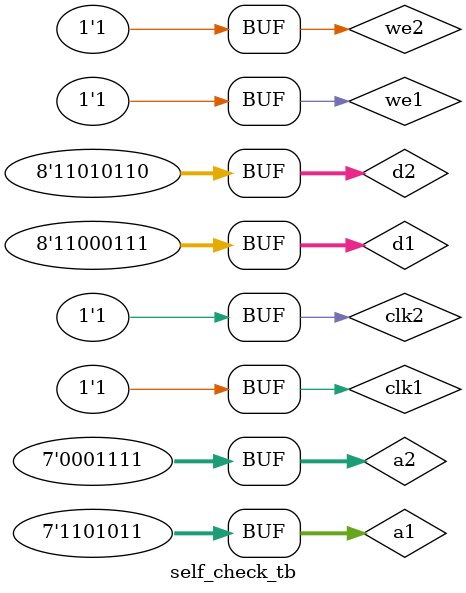
<source format=v>
module self_check_tb ();
	reg [7:0] d1, d2;
	reg [6:0] a1, a2;
	reg we1, we2, clk1, clk2;
	
	wire [7:0] q1, q2; 


Lab8 dut(q1, q2, a1, a2, d1, d2, we1, we2, clk1, clk2);

initial begin
d1 = 8'b11111111; d2 = 8'b11110000; a1 = 7'b1011000; a2 = 7'b1111000; we1 = 1'b1; we2 = 1'b1; clk1 = 1'b1; clk2 = 1'b0; #10;
if (q1 !== 8'b11111111 || q2 !== q2) $display("Test 1) we1 = 1, we2 = 1, d1 = 11111111, d2 = 11110000 -> failed.");
else $display("Test 1) we1 = 1, we2 = 1, d1 = 11111111, d2 = 11110000 -> success.");

d1 = 8'b00010000; d2 = 8'b11110000; a1 = 7'b100101; a2 = 7'b1111101; we1 = 1'b0; we2 = 1'b0; clk1 = 1'b1; clk2 = 1'b1; #10;
if (q1 !== q1 || q2 !== q2) $display("Test 2) we1 = 0, we2 = 0, d1 = 00010000, d2 = 11110000 -> failed.");
else $display("Test 2) we1 = 0, we2 = 0, d1 = 00010000, d2 = 11110000 -> success.");

d1 = 8'b11010101; d2 = 8'b11110110; a1 = 7'b1000111; a2 = 7'b1001101; we1 = 1'b0; we2 = 1'b1; clk1 = 1'b0; clk2 = 1'b0; #10;
if (q1 !== q1 || q2 !== q2) $display("Test 3) we1 = 0, we2 = 1, d1 = 11010101, d2 = 11110110 -> failed.");
else $display("Test 3) we1 = 0, we2 = 1, d1 = 11010101, d2 = 11110110 -> success.");

d1 = 8'b11000111; d2 = 8'b11010110; a1 = 7'b1101011; a2 = 7'b0001111; we1 = 1'b1; we2 = 1'b1; clk1 = 1'b1; clk2 = 1'b1; #10;
if (q1 !== 8'b11000111 || q2 !== 8'b11010110) $display("Test 4) we1 = 1, we2 = 1, d1 = 11000111, d2 = 11010110 -> failed.");
else $display("Test 4) we1 = 1, we2 = 1, d1 = 11000111, d2 = 11010110 -> success.");

end
endmodule

</source>
